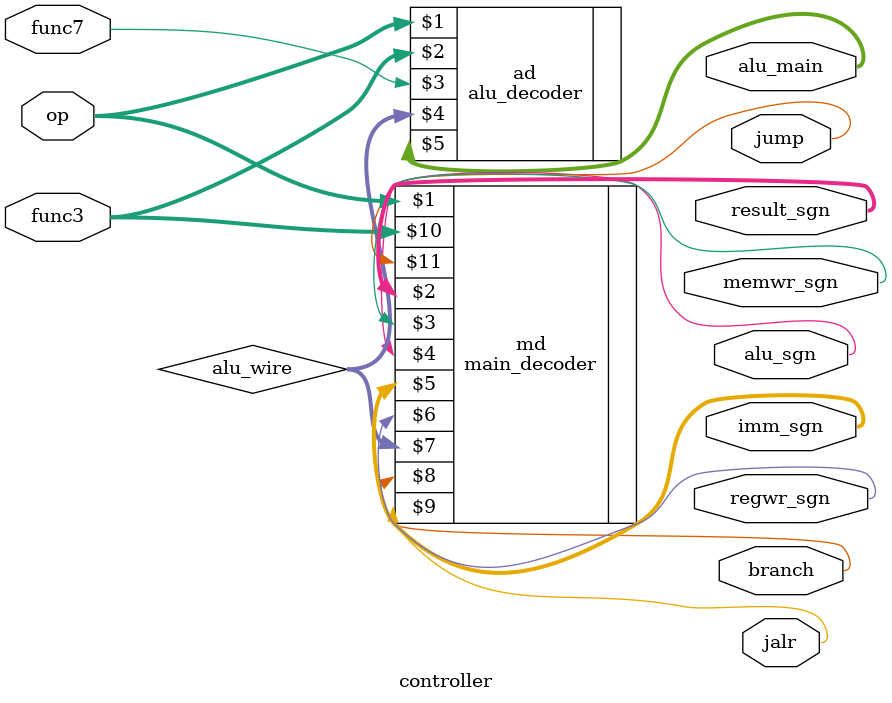
<source format=v>
module controller(op,func3,func7,result_sgn,memwr_sgn,alu_sgn,imm_sgn,regwr_sgn,alu_main,branch,jump,jalr);
input [6:0] op;
input [2:0] func3;
input func7;
output memwr_sgn,alu_sgn,regwr_sgn,jalr,branch,jump;
output [1:0] result_sgn,imm_sgn;
output [3:0] alu_main;

wire branch,jump;
wire [1:0] alu_wire;

main_decoder md(op,result_sgn,memwr_sgn,alu_sgn,imm_sgn,regwr_sgn,alu_wire,branch,jalr,func3,jump);
alu_decoder ad(op,func3,func7,alu_wire,alu_main);

endmodule

</source>
